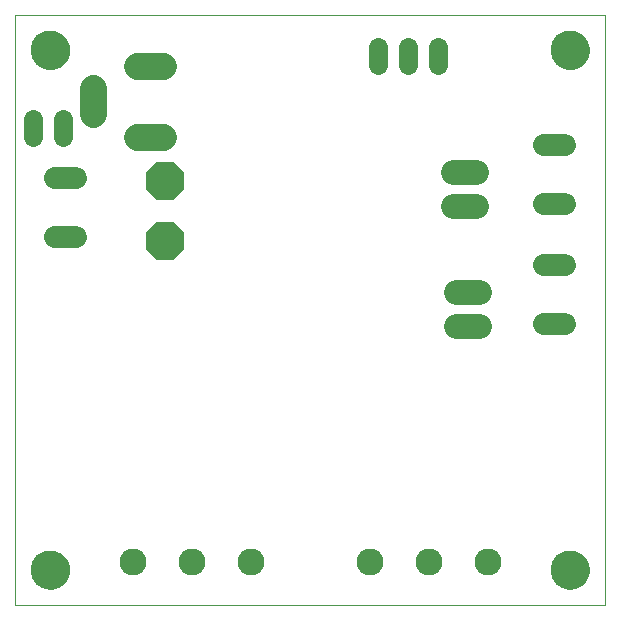
<source format=gbs>
G75*
%MOIN*%
%OFA0B0*%
%FSLAX25Y25*%
%IPPOS*%
%LPD*%
%AMOC8*
5,1,8,0,0,1.08239X$1,22.5*
%
%ADD10C,0.00000*%
%ADD11C,0.12998*%
%ADD12OC8,0.12800*%
%ADD13C,0.09000*%
%ADD14C,0.08200*%
%ADD15C,0.07450*%
%ADD16C,0.06400*%
%ADD17C,0.09000*%
D10*
X0002300Y0040837D02*
X0199150Y0040837D01*
X0199150Y0237687D01*
X0002300Y0237687D01*
X0002300Y0040837D01*
X0007812Y0052648D02*
X0007814Y0052806D01*
X0007820Y0052964D01*
X0007830Y0053122D01*
X0007844Y0053280D01*
X0007862Y0053437D01*
X0007883Y0053594D01*
X0007909Y0053750D01*
X0007939Y0053906D01*
X0007972Y0054061D01*
X0008010Y0054214D01*
X0008051Y0054367D01*
X0008096Y0054519D01*
X0008145Y0054670D01*
X0008198Y0054819D01*
X0008254Y0054967D01*
X0008314Y0055113D01*
X0008378Y0055258D01*
X0008446Y0055401D01*
X0008517Y0055543D01*
X0008591Y0055683D01*
X0008669Y0055820D01*
X0008751Y0055956D01*
X0008835Y0056090D01*
X0008924Y0056221D01*
X0009015Y0056350D01*
X0009110Y0056477D01*
X0009207Y0056602D01*
X0009308Y0056724D01*
X0009412Y0056843D01*
X0009519Y0056960D01*
X0009629Y0057074D01*
X0009742Y0057185D01*
X0009857Y0057294D01*
X0009975Y0057399D01*
X0010096Y0057501D01*
X0010219Y0057601D01*
X0010345Y0057697D01*
X0010473Y0057790D01*
X0010603Y0057880D01*
X0010736Y0057966D01*
X0010871Y0058050D01*
X0011007Y0058129D01*
X0011146Y0058206D01*
X0011287Y0058278D01*
X0011429Y0058348D01*
X0011573Y0058413D01*
X0011719Y0058475D01*
X0011866Y0058533D01*
X0012015Y0058588D01*
X0012165Y0058639D01*
X0012316Y0058686D01*
X0012468Y0058729D01*
X0012621Y0058768D01*
X0012776Y0058804D01*
X0012931Y0058835D01*
X0013087Y0058863D01*
X0013243Y0058887D01*
X0013400Y0058907D01*
X0013558Y0058923D01*
X0013715Y0058935D01*
X0013874Y0058943D01*
X0014032Y0058947D01*
X0014190Y0058947D01*
X0014348Y0058943D01*
X0014507Y0058935D01*
X0014664Y0058923D01*
X0014822Y0058907D01*
X0014979Y0058887D01*
X0015135Y0058863D01*
X0015291Y0058835D01*
X0015446Y0058804D01*
X0015601Y0058768D01*
X0015754Y0058729D01*
X0015906Y0058686D01*
X0016057Y0058639D01*
X0016207Y0058588D01*
X0016356Y0058533D01*
X0016503Y0058475D01*
X0016649Y0058413D01*
X0016793Y0058348D01*
X0016935Y0058278D01*
X0017076Y0058206D01*
X0017215Y0058129D01*
X0017351Y0058050D01*
X0017486Y0057966D01*
X0017619Y0057880D01*
X0017749Y0057790D01*
X0017877Y0057697D01*
X0018003Y0057601D01*
X0018126Y0057501D01*
X0018247Y0057399D01*
X0018365Y0057294D01*
X0018480Y0057185D01*
X0018593Y0057074D01*
X0018703Y0056960D01*
X0018810Y0056843D01*
X0018914Y0056724D01*
X0019015Y0056602D01*
X0019112Y0056477D01*
X0019207Y0056350D01*
X0019298Y0056221D01*
X0019387Y0056090D01*
X0019471Y0055956D01*
X0019553Y0055820D01*
X0019631Y0055683D01*
X0019705Y0055543D01*
X0019776Y0055401D01*
X0019844Y0055258D01*
X0019908Y0055113D01*
X0019968Y0054967D01*
X0020024Y0054819D01*
X0020077Y0054670D01*
X0020126Y0054519D01*
X0020171Y0054367D01*
X0020212Y0054214D01*
X0020250Y0054061D01*
X0020283Y0053906D01*
X0020313Y0053750D01*
X0020339Y0053594D01*
X0020360Y0053437D01*
X0020378Y0053280D01*
X0020392Y0053122D01*
X0020402Y0052964D01*
X0020408Y0052806D01*
X0020410Y0052648D01*
X0020408Y0052490D01*
X0020402Y0052332D01*
X0020392Y0052174D01*
X0020378Y0052016D01*
X0020360Y0051859D01*
X0020339Y0051702D01*
X0020313Y0051546D01*
X0020283Y0051390D01*
X0020250Y0051235D01*
X0020212Y0051082D01*
X0020171Y0050929D01*
X0020126Y0050777D01*
X0020077Y0050626D01*
X0020024Y0050477D01*
X0019968Y0050329D01*
X0019908Y0050183D01*
X0019844Y0050038D01*
X0019776Y0049895D01*
X0019705Y0049753D01*
X0019631Y0049613D01*
X0019553Y0049476D01*
X0019471Y0049340D01*
X0019387Y0049206D01*
X0019298Y0049075D01*
X0019207Y0048946D01*
X0019112Y0048819D01*
X0019015Y0048694D01*
X0018914Y0048572D01*
X0018810Y0048453D01*
X0018703Y0048336D01*
X0018593Y0048222D01*
X0018480Y0048111D01*
X0018365Y0048002D01*
X0018247Y0047897D01*
X0018126Y0047795D01*
X0018003Y0047695D01*
X0017877Y0047599D01*
X0017749Y0047506D01*
X0017619Y0047416D01*
X0017486Y0047330D01*
X0017351Y0047246D01*
X0017215Y0047167D01*
X0017076Y0047090D01*
X0016935Y0047018D01*
X0016793Y0046948D01*
X0016649Y0046883D01*
X0016503Y0046821D01*
X0016356Y0046763D01*
X0016207Y0046708D01*
X0016057Y0046657D01*
X0015906Y0046610D01*
X0015754Y0046567D01*
X0015601Y0046528D01*
X0015446Y0046492D01*
X0015291Y0046461D01*
X0015135Y0046433D01*
X0014979Y0046409D01*
X0014822Y0046389D01*
X0014664Y0046373D01*
X0014507Y0046361D01*
X0014348Y0046353D01*
X0014190Y0046349D01*
X0014032Y0046349D01*
X0013874Y0046353D01*
X0013715Y0046361D01*
X0013558Y0046373D01*
X0013400Y0046389D01*
X0013243Y0046409D01*
X0013087Y0046433D01*
X0012931Y0046461D01*
X0012776Y0046492D01*
X0012621Y0046528D01*
X0012468Y0046567D01*
X0012316Y0046610D01*
X0012165Y0046657D01*
X0012015Y0046708D01*
X0011866Y0046763D01*
X0011719Y0046821D01*
X0011573Y0046883D01*
X0011429Y0046948D01*
X0011287Y0047018D01*
X0011146Y0047090D01*
X0011007Y0047167D01*
X0010871Y0047246D01*
X0010736Y0047330D01*
X0010603Y0047416D01*
X0010473Y0047506D01*
X0010345Y0047599D01*
X0010219Y0047695D01*
X0010096Y0047795D01*
X0009975Y0047897D01*
X0009857Y0048002D01*
X0009742Y0048111D01*
X0009629Y0048222D01*
X0009519Y0048336D01*
X0009412Y0048453D01*
X0009308Y0048572D01*
X0009207Y0048694D01*
X0009110Y0048819D01*
X0009015Y0048946D01*
X0008924Y0049075D01*
X0008835Y0049206D01*
X0008751Y0049340D01*
X0008669Y0049476D01*
X0008591Y0049613D01*
X0008517Y0049753D01*
X0008446Y0049895D01*
X0008378Y0050038D01*
X0008314Y0050183D01*
X0008254Y0050329D01*
X0008198Y0050477D01*
X0008145Y0050626D01*
X0008096Y0050777D01*
X0008051Y0050929D01*
X0008010Y0051082D01*
X0007972Y0051235D01*
X0007939Y0051390D01*
X0007909Y0051546D01*
X0007883Y0051702D01*
X0007862Y0051859D01*
X0007844Y0052016D01*
X0007830Y0052174D01*
X0007820Y0052332D01*
X0007814Y0052490D01*
X0007812Y0052648D01*
X0007812Y0225876D02*
X0007814Y0226034D01*
X0007820Y0226192D01*
X0007830Y0226350D01*
X0007844Y0226508D01*
X0007862Y0226665D01*
X0007883Y0226822D01*
X0007909Y0226978D01*
X0007939Y0227134D01*
X0007972Y0227289D01*
X0008010Y0227442D01*
X0008051Y0227595D01*
X0008096Y0227747D01*
X0008145Y0227898D01*
X0008198Y0228047D01*
X0008254Y0228195D01*
X0008314Y0228341D01*
X0008378Y0228486D01*
X0008446Y0228629D01*
X0008517Y0228771D01*
X0008591Y0228911D01*
X0008669Y0229048D01*
X0008751Y0229184D01*
X0008835Y0229318D01*
X0008924Y0229449D01*
X0009015Y0229578D01*
X0009110Y0229705D01*
X0009207Y0229830D01*
X0009308Y0229952D01*
X0009412Y0230071D01*
X0009519Y0230188D01*
X0009629Y0230302D01*
X0009742Y0230413D01*
X0009857Y0230522D01*
X0009975Y0230627D01*
X0010096Y0230729D01*
X0010219Y0230829D01*
X0010345Y0230925D01*
X0010473Y0231018D01*
X0010603Y0231108D01*
X0010736Y0231194D01*
X0010871Y0231278D01*
X0011007Y0231357D01*
X0011146Y0231434D01*
X0011287Y0231506D01*
X0011429Y0231576D01*
X0011573Y0231641D01*
X0011719Y0231703D01*
X0011866Y0231761D01*
X0012015Y0231816D01*
X0012165Y0231867D01*
X0012316Y0231914D01*
X0012468Y0231957D01*
X0012621Y0231996D01*
X0012776Y0232032D01*
X0012931Y0232063D01*
X0013087Y0232091D01*
X0013243Y0232115D01*
X0013400Y0232135D01*
X0013558Y0232151D01*
X0013715Y0232163D01*
X0013874Y0232171D01*
X0014032Y0232175D01*
X0014190Y0232175D01*
X0014348Y0232171D01*
X0014507Y0232163D01*
X0014664Y0232151D01*
X0014822Y0232135D01*
X0014979Y0232115D01*
X0015135Y0232091D01*
X0015291Y0232063D01*
X0015446Y0232032D01*
X0015601Y0231996D01*
X0015754Y0231957D01*
X0015906Y0231914D01*
X0016057Y0231867D01*
X0016207Y0231816D01*
X0016356Y0231761D01*
X0016503Y0231703D01*
X0016649Y0231641D01*
X0016793Y0231576D01*
X0016935Y0231506D01*
X0017076Y0231434D01*
X0017215Y0231357D01*
X0017351Y0231278D01*
X0017486Y0231194D01*
X0017619Y0231108D01*
X0017749Y0231018D01*
X0017877Y0230925D01*
X0018003Y0230829D01*
X0018126Y0230729D01*
X0018247Y0230627D01*
X0018365Y0230522D01*
X0018480Y0230413D01*
X0018593Y0230302D01*
X0018703Y0230188D01*
X0018810Y0230071D01*
X0018914Y0229952D01*
X0019015Y0229830D01*
X0019112Y0229705D01*
X0019207Y0229578D01*
X0019298Y0229449D01*
X0019387Y0229318D01*
X0019471Y0229184D01*
X0019553Y0229048D01*
X0019631Y0228911D01*
X0019705Y0228771D01*
X0019776Y0228629D01*
X0019844Y0228486D01*
X0019908Y0228341D01*
X0019968Y0228195D01*
X0020024Y0228047D01*
X0020077Y0227898D01*
X0020126Y0227747D01*
X0020171Y0227595D01*
X0020212Y0227442D01*
X0020250Y0227289D01*
X0020283Y0227134D01*
X0020313Y0226978D01*
X0020339Y0226822D01*
X0020360Y0226665D01*
X0020378Y0226508D01*
X0020392Y0226350D01*
X0020402Y0226192D01*
X0020408Y0226034D01*
X0020410Y0225876D01*
X0020408Y0225718D01*
X0020402Y0225560D01*
X0020392Y0225402D01*
X0020378Y0225244D01*
X0020360Y0225087D01*
X0020339Y0224930D01*
X0020313Y0224774D01*
X0020283Y0224618D01*
X0020250Y0224463D01*
X0020212Y0224310D01*
X0020171Y0224157D01*
X0020126Y0224005D01*
X0020077Y0223854D01*
X0020024Y0223705D01*
X0019968Y0223557D01*
X0019908Y0223411D01*
X0019844Y0223266D01*
X0019776Y0223123D01*
X0019705Y0222981D01*
X0019631Y0222841D01*
X0019553Y0222704D01*
X0019471Y0222568D01*
X0019387Y0222434D01*
X0019298Y0222303D01*
X0019207Y0222174D01*
X0019112Y0222047D01*
X0019015Y0221922D01*
X0018914Y0221800D01*
X0018810Y0221681D01*
X0018703Y0221564D01*
X0018593Y0221450D01*
X0018480Y0221339D01*
X0018365Y0221230D01*
X0018247Y0221125D01*
X0018126Y0221023D01*
X0018003Y0220923D01*
X0017877Y0220827D01*
X0017749Y0220734D01*
X0017619Y0220644D01*
X0017486Y0220558D01*
X0017351Y0220474D01*
X0017215Y0220395D01*
X0017076Y0220318D01*
X0016935Y0220246D01*
X0016793Y0220176D01*
X0016649Y0220111D01*
X0016503Y0220049D01*
X0016356Y0219991D01*
X0016207Y0219936D01*
X0016057Y0219885D01*
X0015906Y0219838D01*
X0015754Y0219795D01*
X0015601Y0219756D01*
X0015446Y0219720D01*
X0015291Y0219689D01*
X0015135Y0219661D01*
X0014979Y0219637D01*
X0014822Y0219617D01*
X0014664Y0219601D01*
X0014507Y0219589D01*
X0014348Y0219581D01*
X0014190Y0219577D01*
X0014032Y0219577D01*
X0013874Y0219581D01*
X0013715Y0219589D01*
X0013558Y0219601D01*
X0013400Y0219617D01*
X0013243Y0219637D01*
X0013087Y0219661D01*
X0012931Y0219689D01*
X0012776Y0219720D01*
X0012621Y0219756D01*
X0012468Y0219795D01*
X0012316Y0219838D01*
X0012165Y0219885D01*
X0012015Y0219936D01*
X0011866Y0219991D01*
X0011719Y0220049D01*
X0011573Y0220111D01*
X0011429Y0220176D01*
X0011287Y0220246D01*
X0011146Y0220318D01*
X0011007Y0220395D01*
X0010871Y0220474D01*
X0010736Y0220558D01*
X0010603Y0220644D01*
X0010473Y0220734D01*
X0010345Y0220827D01*
X0010219Y0220923D01*
X0010096Y0221023D01*
X0009975Y0221125D01*
X0009857Y0221230D01*
X0009742Y0221339D01*
X0009629Y0221450D01*
X0009519Y0221564D01*
X0009412Y0221681D01*
X0009308Y0221800D01*
X0009207Y0221922D01*
X0009110Y0222047D01*
X0009015Y0222174D01*
X0008924Y0222303D01*
X0008835Y0222434D01*
X0008751Y0222568D01*
X0008669Y0222704D01*
X0008591Y0222841D01*
X0008517Y0222981D01*
X0008446Y0223123D01*
X0008378Y0223266D01*
X0008314Y0223411D01*
X0008254Y0223557D01*
X0008198Y0223705D01*
X0008145Y0223854D01*
X0008096Y0224005D01*
X0008051Y0224157D01*
X0008010Y0224310D01*
X0007972Y0224463D01*
X0007939Y0224618D01*
X0007909Y0224774D01*
X0007883Y0224930D01*
X0007862Y0225087D01*
X0007844Y0225244D01*
X0007830Y0225402D01*
X0007820Y0225560D01*
X0007814Y0225718D01*
X0007812Y0225876D01*
X0181040Y0225876D02*
X0181042Y0226034D01*
X0181048Y0226192D01*
X0181058Y0226350D01*
X0181072Y0226508D01*
X0181090Y0226665D01*
X0181111Y0226822D01*
X0181137Y0226978D01*
X0181167Y0227134D01*
X0181200Y0227289D01*
X0181238Y0227442D01*
X0181279Y0227595D01*
X0181324Y0227747D01*
X0181373Y0227898D01*
X0181426Y0228047D01*
X0181482Y0228195D01*
X0181542Y0228341D01*
X0181606Y0228486D01*
X0181674Y0228629D01*
X0181745Y0228771D01*
X0181819Y0228911D01*
X0181897Y0229048D01*
X0181979Y0229184D01*
X0182063Y0229318D01*
X0182152Y0229449D01*
X0182243Y0229578D01*
X0182338Y0229705D01*
X0182435Y0229830D01*
X0182536Y0229952D01*
X0182640Y0230071D01*
X0182747Y0230188D01*
X0182857Y0230302D01*
X0182970Y0230413D01*
X0183085Y0230522D01*
X0183203Y0230627D01*
X0183324Y0230729D01*
X0183447Y0230829D01*
X0183573Y0230925D01*
X0183701Y0231018D01*
X0183831Y0231108D01*
X0183964Y0231194D01*
X0184099Y0231278D01*
X0184235Y0231357D01*
X0184374Y0231434D01*
X0184515Y0231506D01*
X0184657Y0231576D01*
X0184801Y0231641D01*
X0184947Y0231703D01*
X0185094Y0231761D01*
X0185243Y0231816D01*
X0185393Y0231867D01*
X0185544Y0231914D01*
X0185696Y0231957D01*
X0185849Y0231996D01*
X0186004Y0232032D01*
X0186159Y0232063D01*
X0186315Y0232091D01*
X0186471Y0232115D01*
X0186628Y0232135D01*
X0186786Y0232151D01*
X0186943Y0232163D01*
X0187102Y0232171D01*
X0187260Y0232175D01*
X0187418Y0232175D01*
X0187576Y0232171D01*
X0187735Y0232163D01*
X0187892Y0232151D01*
X0188050Y0232135D01*
X0188207Y0232115D01*
X0188363Y0232091D01*
X0188519Y0232063D01*
X0188674Y0232032D01*
X0188829Y0231996D01*
X0188982Y0231957D01*
X0189134Y0231914D01*
X0189285Y0231867D01*
X0189435Y0231816D01*
X0189584Y0231761D01*
X0189731Y0231703D01*
X0189877Y0231641D01*
X0190021Y0231576D01*
X0190163Y0231506D01*
X0190304Y0231434D01*
X0190443Y0231357D01*
X0190579Y0231278D01*
X0190714Y0231194D01*
X0190847Y0231108D01*
X0190977Y0231018D01*
X0191105Y0230925D01*
X0191231Y0230829D01*
X0191354Y0230729D01*
X0191475Y0230627D01*
X0191593Y0230522D01*
X0191708Y0230413D01*
X0191821Y0230302D01*
X0191931Y0230188D01*
X0192038Y0230071D01*
X0192142Y0229952D01*
X0192243Y0229830D01*
X0192340Y0229705D01*
X0192435Y0229578D01*
X0192526Y0229449D01*
X0192615Y0229318D01*
X0192699Y0229184D01*
X0192781Y0229048D01*
X0192859Y0228911D01*
X0192933Y0228771D01*
X0193004Y0228629D01*
X0193072Y0228486D01*
X0193136Y0228341D01*
X0193196Y0228195D01*
X0193252Y0228047D01*
X0193305Y0227898D01*
X0193354Y0227747D01*
X0193399Y0227595D01*
X0193440Y0227442D01*
X0193478Y0227289D01*
X0193511Y0227134D01*
X0193541Y0226978D01*
X0193567Y0226822D01*
X0193588Y0226665D01*
X0193606Y0226508D01*
X0193620Y0226350D01*
X0193630Y0226192D01*
X0193636Y0226034D01*
X0193638Y0225876D01*
X0193636Y0225718D01*
X0193630Y0225560D01*
X0193620Y0225402D01*
X0193606Y0225244D01*
X0193588Y0225087D01*
X0193567Y0224930D01*
X0193541Y0224774D01*
X0193511Y0224618D01*
X0193478Y0224463D01*
X0193440Y0224310D01*
X0193399Y0224157D01*
X0193354Y0224005D01*
X0193305Y0223854D01*
X0193252Y0223705D01*
X0193196Y0223557D01*
X0193136Y0223411D01*
X0193072Y0223266D01*
X0193004Y0223123D01*
X0192933Y0222981D01*
X0192859Y0222841D01*
X0192781Y0222704D01*
X0192699Y0222568D01*
X0192615Y0222434D01*
X0192526Y0222303D01*
X0192435Y0222174D01*
X0192340Y0222047D01*
X0192243Y0221922D01*
X0192142Y0221800D01*
X0192038Y0221681D01*
X0191931Y0221564D01*
X0191821Y0221450D01*
X0191708Y0221339D01*
X0191593Y0221230D01*
X0191475Y0221125D01*
X0191354Y0221023D01*
X0191231Y0220923D01*
X0191105Y0220827D01*
X0190977Y0220734D01*
X0190847Y0220644D01*
X0190714Y0220558D01*
X0190579Y0220474D01*
X0190443Y0220395D01*
X0190304Y0220318D01*
X0190163Y0220246D01*
X0190021Y0220176D01*
X0189877Y0220111D01*
X0189731Y0220049D01*
X0189584Y0219991D01*
X0189435Y0219936D01*
X0189285Y0219885D01*
X0189134Y0219838D01*
X0188982Y0219795D01*
X0188829Y0219756D01*
X0188674Y0219720D01*
X0188519Y0219689D01*
X0188363Y0219661D01*
X0188207Y0219637D01*
X0188050Y0219617D01*
X0187892Y0219601D01*
X0187735Y0219589D01*
X0187576Y0219581D01*
X0187418Y0219577D01*
X0187260Y0219577D01*
X0187102Y0219581D01*
X0186943Y0219589D01*
X0186786Y0219601D01*
X0186628Y0219617D01*
X0186471Y0219637D01*
X0186315Y0219661D01*
X0186159Y0219689D01*
X0186004Y0219720D01*
X0185849Y0219756D01*
X0185696Y0219795D01*
X0185544Y0219838D01*
X0185393Y0219885D01*
X0185243Y0219936D01*
X0185094Y0219991D01*
X0184947Y0220049D01*
X0184801Y0220111D01*
X0184657Y0220176D01*
X0184515Y0220246D01*
X0184374Y0220318D01*
X0184235Y0220395D01*
X0184099Y0220474D01*
X0183964Y0220558D01*
X0183831Y0220644D01*
X0183701Y0220734D01*
X0183573Y0220827D01*
X0183447Y0220923D01*
X0183324Y0221023D01*
X0183203Y0221125D01*
X0183085Y0221230D01*
X0182970Y0221339D01*
X0182857Y0221450D01*
X0182747Y0221564D01*
X0182640Y0221681D01*
X0182536Y0221800D01*
X0182435Y0221922D01*
X0182338Y0222047D01*
X0182243Y0222174D01*
X0182152Y0222303D01*
X0182063Y0222434D01*
X0181979Y0222568D01*
X0181897Y0222704D01*
X0181819Y0222841D01*
X0181745Y0222981D01*
X0181674Y0223123D01*
X0181606Y0223266D01*
X0181542Y0223411D01*
X0181482Y0223557D01*
X0181426Y0223705D01*
X0181373Y0223854D01*
X0181324Y0224005D01*
X0181279Y0224157D01*
X0181238Y0224310D01*
X0181200Y0224463D01*
X0181167Y0224618D01*
X0181137Y0224774D01*
X0181111Y0224930D01*
X0181090Y0225087D01*
X0181072Y0225244D01*
X0181058Y0225402D01*
X0181048Y0225560D01*
X0181042Y0225718D01*
X0181040Y0225876D01*
X0181040Y0052648D02*
X0181042Y0052806D01*
X0181048Y0052964D01*
X0181058Y0053122D01*
X0181072Y0053280D01*
X0181090Y0053437D01*
X0181111Y0053594D01*
X0181137Y0053750D01*
X0181167Y0053906D01*
X0181200Y0054061D01*
X0181238Y0054214D01*
X0181279Y0054367D01*
X0181324Y0054519D01*
X0181373Y0054670D01*
X0181426Y0054819D01*
X0181482Y0054967D01*
X0181542Y0055113D01*
X0181606Y0055258D01*
X0181674Y0055401D01*
X0181745Y0055543D01*
X0181819Y0055683D01*
X0181897Y0055820D01*
X0181979Y0055956D01*
X0182063Y0056090D01*
X0182152Y0056221D01*
X0182243Y0056350D01*
X0182338Y0056477D01*
X0182435Y0056602D01*
X0182536Y0056724D01*
X0182640Y0056843D01*
X0182747Y0056960D01*
X0182857Y0057074D01*
X0182970Y0057185D01*
X0183085Y0057294D01*
X0183203Y0057399D01*
X0183324Y0057501D01*
X0183447Y0057601D01*
X0183573Y0057697D01*
X0183701Y0057790D01*
X0183831Y0057880D01*
X0183964Y0057966D01*
X0184099Y0058050D01*
X0184235Y0058129D01*
X0184374Y0058206D01*
X0184515Y0058278D01*
X0184657Y0058348D01*
X0184801Y0058413D01*
X0184947Y0058475D01*
X0185094Y0058533D01*
X0185243Y0058588D01*
X0185393Y0058639D01*
X0185544Y0058686D01*
X0185696Y0058729D01*
X0185849Y0058768D01*
X0186004Y0058804D01*
X0186159Y0058835D01*
X0186315Y0058863D01*
X0186471Y0058887D01*
X0186628Y0058907D01*
X0186786Y0058923D01*
X0186943Y0058935D01*
X0187102Y0058943D01*
X0187260Y0058947D01*
X0187418Y0058947D01*
X0187576Y0058943D01*
X0187735Y0058935D01*
X0187892Y0058923D01*
X0188050Y0058907D01*
X0188207Y0058887D01*
X0188363Y0058863D01*
X0188519Y0058835D01*
X0188674Y0058804D01*
X0188829Y0058768D01*
X0188982Y0058729D01*
X0189134Y0058686D01*
X0189285Y0058639D01*
X0189435Y0058588D01*
X0189584Y0058533D01*
X0189731Y0058475D01*
X0189877Y0058413D01*
X0190021Y0058348D01*
X0190163Y0058278D01*
X0190304Y0058206D01*
X0190443Y0058129D01*
X0190579Y0058050D01*
X0190714Y0057966D01*
X0190847Y0057880D01*
X0190977Y0057790D01*
X0191105Y0057697D01*
X0191231Y0057601D01*
X0191354Y0057501D01*
X0191475Y0057399D01*
X0191593Y0057294D01*
X0191708Y0057185D01*
X0191821Y0057074D01*
X0191931Y0056960D01*
X0192038Y0056843D01*
X0192142Y0056724D01*
X0192243Y0056602D01*
X0192340Y0056477D01*
X0192435Y0056350D01*
X0192526Y0056221D01*
X0192615Y0056090D01*
X0192699Y0055956D01*
X0192781Y0055820D01*
X0192859Y0055683D01*
X0192933Y0055543D01*
X0193004Y0055401D01*
X0193072Y0055258D01*
X0193136Y0055113D01*
X0193196Y0054967D01*
X0193252Y0054819D01*
X0193305Y0054670D01*
X0193354Y0054519D01*
X0193399Y0054367D01*
X0193440Y0054214D01*
X0193478Y0054061D01*
X0193511Y0053906D01*
X0193541Y0053750D01*
X0193567Y0053594D01*
X0193588Y0053437D01*
X0193606Y0053280D01*
X0193620Y0053122D01*
X0193630Y0052964D01*
X0193636Y0052806D01*
X0193638Y0052648D01*
X0193636Y0052490D01*
X0193630Y0052332D01*
X0193620Y0052174D01*
X0193606Y0052016D01*
X0193588Y0051859D01*
X0193567Y0051702D01*
X0193541Y0051546D01*
X0193511Y0051390D01*
X0193478Y0051235D01*
X0193440Y0051082D01*
X0193399Y0050929D01*
X0193354Y0050777D01*
X0193305Y0050626D01*
X0193252Y0050477D01*
X0193196Y0050329D01*
X0193136Y0050183D01*
X0193072Y0050038D01*
X0193004Y0049895D01*
X0192933Y0049753D01*
X0192859Y0049613D01*
X0192781Y0049476D01*
X0192699Y0049340D01*
X0192615Y0049206D01*
X0192526Y0049075D01*
X0192435Y0048946D01*
X0192340Y0048819D01*
X0192243Y0048694D01*
X0192142Y0048572D01*
X0192038Y0048453D01*
X0191931Y0048336D01*
X0191821Y0048222D01*
X0191708Y0048111D01*
X0191593Y0048002D01*
X0191475Y0047897D01*
X0191354Y0047795D01*
X0191231Y0047695D01*
X0191105Y0047599D01*
X0190977Y0047506D01*
X0190847Y0047416D01*
X0190714Y0047330D01*
X0190579Y0047246D01*
X0190443Y0047167D01*
X0190304Y0047090D01*
X0190163Y0047018D01*
X0190021Y0046948D01*
X0189877Y0046883D01*
X0189731Y0046821D01*
X0189584Y0046763D01*
X0189435Y0046708D01*
X0189285Y0046657D01*
X0189134Y0046610D01*
X0188982Y0046567D01*
X0188829Y0046528D01*
X0188674Y0046492D01*
X0188519Y0046461D01*
X0188363Y0046433D01*
X0188207Y0046409D01*
X0188050Y0046389D01*
X0187892Y0046373D01*
X0187735Y0046361D01*
X0187576Y0046353D01*
X0187418Y0046349D01*
X0187260Y0046349D01*
X0187102Y0046353D01*
X0186943Y0046361D01*
X0186786Y0046373D01*
X0186628Y0046389D01*
X0186471Y0046409D01*
X0186315Y0046433D01*
X0186159Y0046461D01*
X0186004Y0046492D01*
X0185849Y0046528D01*
X0185696Y0046567D01*
X0185544Y0046610D01*
X0185393Y0046657D01*
X0185243Y0046708D01*
X0185094Y0046763D01*
X0184947Y0046821D01*
X0184801Y0046883D01*
X0184657Y0046948D01*
X0184515Y0047018D01*
X0184374Y0047090D01*
X0184235Y0047167D01*
X0184099Y0047246D01*
X0183964Y0047330D01*
X0183831Y0047416D01*
X0183701Y0047506D01*
X0183573Y0047599D01*
X0183447Y0047695D01*
X0183324Y0047795D01*
X0183203Y0047897D01*
X0183085Y0048002D01*
X0182970Y0048111D01*
X0182857Y0048222D01*
X0182747Y0048336D01*
X0182640Y0048453D01*
X0182536Y0048572D01*
X0182435Y0048694D01*
X0182338Y0048819D01*
X0182243Y0048946D01*
X0182152Y0049075D01*
X0182063Y0049206D01*
X0181979Y0049340D01*
X0181897Y0049476D01*
X0181819Y0049613D01*
X0181745Y0049753D01*
X0181674Y0049895D01*
X0181606Y0050038D01*
X0181542Y0050183D01*
X0181482Y0050329D01*
X0181426Y0050477D01*
X0181373Y0050626D01*
X0181324Y0050777D01*
X0181279Y0050929D01*
X0181238Y0051082D01*
X0181200Y0051235D01*
X0181167Y0051390D01*
X0181137Y0051546D01*
X0181111Y0051702D01*
X0181090Y0051859D01*
X0181072Y0052016D01*
X0181058Y0052174D01*
X0181048Y0052332D01*
X0181042Y0052490D01*
X0181040Y0052648D01*
D11*
X0187339Y0052648D03*
X0187339Y0225876D03*
X0014111Y0225876D03*
X0014111Y0052648D03*
D12*
X0052300Y0162337D03*
X0052300Y0182337D03*
D13*
X0051600Y0197026D02*
X0043000Y0197026D01*
X0028402Y0204537D02*
X0028402Y0213137D01*
X0043000Y0220648D02*
X0051600Y0220648D01*
D14*
X0148400Y0185337D02*
X0156200Y0185337D01*
X0156200Y0173837D02*
X0148400Y0173837D01*
X0149400Y0145337D02*
X0157200Y0145337D01*
X0157200Y0133837D02*
X0149400Y0133837D01*
D15*
X0178775Y0134494D02*
X0185825Y0134494D01*
X0185825Y0154180D02*
X0178775Y0154180D01*
X0178775Y0174494D02*
X0185825Y0174494D01*
X0185825Y0194180D02*
X0178775Y0194180D01*
X0022825Y0183180D02*
X0015775Y0183180D01*
X0015775Y0163494D02*
X0022825Y0163494D01*
D16*
X0018300Y0196837D02*
X0018300Y0202837D01*
X0008300Y0202837D02*
X0008300Y0196837D01*
X0123300Y0220837D02*
X0123300Y0226837D01*
X0133300Y0226837D02*
X0133300Y0220837D01*
X0143300Y0220837D02*
X0143300Y0226837D01*
D17*
X0140300Y0055337D03*
X0120615Y0055337D03*
X0080985Y0055337D03*
X0061300Y0055337D03*
X0041615Y0055337D03*
X0159985Y0055337D03*
M02*

</source>
